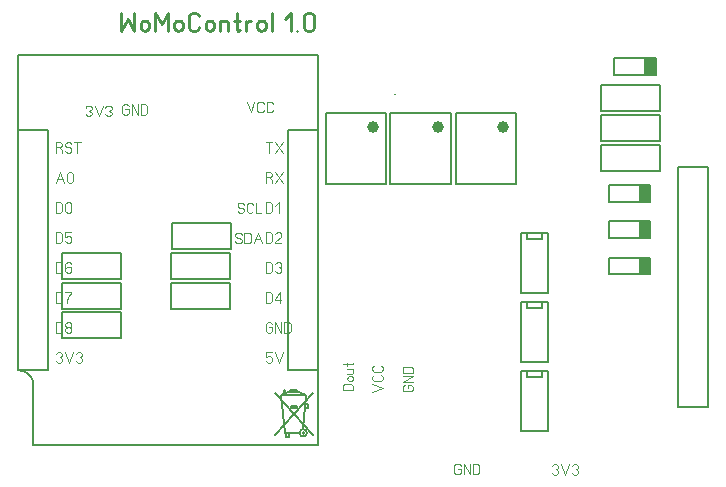
<source format=gbr>
%FSLAX34Y34*%
%MOMM*%
%LNSILK_TOP*%
G71*
G01*
%ADD10C,0.111*%
%ADD11C,0.200*%
%ADD12C,0.150*%
%ADD13C,0.160*%
%ADD14C,0.100*%
%ADD15C,0.270*%
%ADD16C,1.000*%
%ADD17C,0.144*%
%LPD*%
G54D10*
X212679Y248873D02*
X213345Y247762D01*
X214679Y247206D01*
X216012Y247206D01*
X217345Y247762D01*
X218012Y248873D01*
X218012Y249984D01*
X217345Y251095D01*
X216012Y251651D01*
X214679Y251651D01*
X213345Y252206D01*
X212679Y253318D01*
X212679Y254429D01*
X213345Y255540D01*
X214679Y256095D01*
X216012Y256095D01*
X217345Y255540D01*
X218012Y254429D01*
G54D10*
X225789Y248873D02*
X225122Y247762D01*
X223789Y247206D01*
X222456Y247206D01*
X221122Y247762D01*
X220456Y248873D01*
X220456Y254429D01*
X221122Y255540D01*
X222456Y256095D01*
X223789Y256095D01*
X225122Y255540D01*
X225789Y254429D01*
G54D10*
X228233Y256095D02*
X228233Y247206D01*
X232899Y247206D01*
G54D10*
X210733Y223313D02*
X211399Y222202D01*
X212733Y221647D01*
X214066Y221647D01*
X215399Y222202D01*
X216066Y223313D01*
X216066Y224424D01*
X215399Y225535D01*
X214066Y226091D01*
X212733Y226091D01*
X211399Y226647D01*
X210733Y227758D01*
X210733Y228869D01*
X211399Y229980D01*
X212733Y230535D01*
X214066Y230535D01*
X215399Y229980D01*
X216066Y228869D01*
G54D10*
X218510Y221647D02*
X218510Y230535D01*
X221843Y230535D01*
X223176Y229980D01*
X223843Y228869D01*
X223843Y223313D01*
X223176Y222202D01*
X221843Y221647D01*
X218510Y221647D01*
G54D10*
X226287Y221647D02*
X229620Y230535D01*
X232953Y221647D01*
G54D10*
X227620Y224980D02*
X231620Y224980D01*
G54D11*
G75*
G01X39850Y101450D02*
G03X27150Y114150I-12700J0D01*
G01*
G54D11*
X39850Y101450D02*
X39850Y50650D01*
X281150Y50650D01*
X281150Y380850D01*
X27150Y380850D01*
X27150Y114150D01*
G54D10*
X61567Y302744D02*
X63567Y301633D01*
X64233Y300522D01*
X64233Y298300D01*
G54D10*
X58900Y298300D02*
X58900Y307189D01*
X62233Y307189D01*
X63567Y306633D01*
X64233Y305522D01*
X64233Y304411D01*
X63567Y303300D01*
X62233Y302744D01*
X58900Y302744D01*
G54D10*
X66677Y299967D02*
X67344Y298856D01*
X68677Y298300D01*
X70010Y298300D01*
X71344Y298856D01*
X72010Y299967D01*
X72010Y301078D01*
X71344Y302189D01*
X70010Y302744D01*
X68677Y302744D01*
X67344Y303300D01*
X66677Y304411D01*
X66677Y305522D01*
X67344Y306633D01*
X68677Y307189D01*
X70010Y307189D01*
X71344Y306633D01*
X72010Y305522D01*
G54D10*
X77121Y298300D02*
X77121Y307189D01*
G54D10*
X74454Y307189D02*
X79787Y307189D01*
G54D10*
X58900Y272900D02*
X62233Y281789D01*
X65567Y272900D01*
G54D10*
X60233Y276233D02*
X64233Y276233D01*
G54D10*
X73344Y280122D02*
X73344Y274567D01*
X72678Y273456D01*
X71344Y272900D01*
X70011Y272900D01*
X68678Y273456D01*
X68011Y274567D01*
X68011Y280122D01*
X68678Y281233D01*
X70011Y281789D01*
X71344Y281789D01*
X72678Y281233D01*
X73344Y280122D01*
G54D10*
X58900Y247500D02*
X58900Y256389D01*
X62233Y256389D01*
X63567Y255833D01*
X64233Y254722D01*
X64233Y249167D01*
X63567Y248056D01*
X62233Y247500D01*
X58900Y247500D01*
G54D10*
X72010Y254722D02*
X72010Y249167D01*
X71344Y248056D01*
X70010Y247500D01*
X68677Y247500D01*
X67344Y248056D01*
X66677Y249167D01*
X66677Y254722D01*
X67344Y255833D01*
X68677Y256389D01*
X70010Y256389D01*
X71344Y255833D01*
X72010Y254722D01*
G54D10*
X58900Y222100D02*
X58900Y230989D01*
X62233Y230989D01*
X63567Y230433D01*
X64233Y229322D01*
X64233Y223767D01*
X63567Y222656D01*
X62233Y222100D01*
X58900Y222100D01*
G54D10*
X72010Y230989D02*
X66677Y230989D01*
X66677Y227100D01*
X67344Y227100D01*
X68677Y227656D01*
X70010Y227656D01*
X71344Y227100D01*
X72010Y225989D01*
X72010Y223767D01*
X71344Y222656D01*
X70010Y222100D01*
X68677Y222100D01*
X67344Y222656D01*
X66677Y223767D01*
G54D10*
X58900Y196700D02*
X58900Y205589D01*
X62233Y205589D01*
X63567Y205033D01*
X64233Y203922D01*
X64233Y198367D01*
X63567Y197256D01*
X62233Y196700D01*
X58900Y196700D01*
G54D10*
X72010Y203922D02*
X71344Y205033D01*
X70010Y205589D01*
X68677Y205589D01*
X67344Y205033D01*
X66677Y203922D01*
X66677Y201144D01*
X66677Y200589D01*
X68677Y201700D01*
X70010Y201700D01*
X71344Y201144D01*
X72010Y200033D01*
X72010Y198367D01*
X71344Y197256D01*
X70010Y196700D01*
X68677Y196700D01*
X67344Y197256D01*
X66677Y198367D01*
X66677Y201144D01*
G54D10*
X58900Y171300D02*
X58900Y180189D01*
X62233Y180189D01*
X63567Y179633D01*
X64233Y178522D01*
X64233Y172967D01*
X63567Y171856D01*
X62233Y171300D01*
X58900Y171300D01*
G54D10*
X66677Y180189D02*
X72010Y180189D01*
X71344Y179078D01*
X70010Y177411D01*
X68677Y175189D01*
X68010Y173522D01*
X68010Y171300D01*
G54D10*
X58900Y145900D02*
X58900Y154789D01*
X62233Y154789D01*
X63567Y154233D01*
X64233Y153122D01*
X64233Y147567D01*
X63567Y146456D01*
X62233Y145900D01*
X58900Y145900D01*
G54D10*
X70010Y150344D02*
X68677Y150344D01*
X67344Y150900D01*
X66677Y152011D01*
X66677Y153122D01*
X67344Y154233D01*
X68677Y154789D01*
X70010Y154789D01*
X71344Y154233D01*
X72010Y153122D01*
X72010Y152011D01*
X71344Y150900D01*
X70010Y150344D01*
X71344Y149789D01*
X72010Y148678D01*
X72010Y147567D01*
X71344Y146456D01*
X70010Y145900D01*
X68677Y145900D01*
X67344Y146456D01*
X66677Y147567D01*
X66677Y148678D01*
X67344Y149789D01*
X68677Y150344D01*
G54D10*
X58900Y127722D02*
X59567Y128833D01*
X60900Y129389D01*
X62233Y129389D01*
X63567Y128833D01*
X64233Y127722D01*
X64233Y126611D01*
X63567Y125500D01*
X62233Y124944D01*
X63567Y124389D01*
X64233Y123278D01*
X64233Y122167D01*
X63567Y121056D01*
X62233Y120500D01*
X60900Y120500D01*
X59567Y121056D01*
X58900Y122167D01*
G54D10*
X66677Y129389D02*
X70010Y120500D01*
X73344Y129389D01*
G54D10*
X75788Y127722D02*
X76455Y128833D01*
X77788Y129389D01*
X79121Y129389D01*
X80455Y128833D01*
X81121Y127722D01*
X81121Y126611D01*
X80455Y125500D01*
X79121Y124944D01*
X80455Y124389D01*
X81121Y123278D01*
X81121Y122167D01*
X80455Y121056D01*
X79121Y120500D01*
X77788Y120500D01*
X76455Y121056D01*
X75788Y122167D01*
G54D10*
X239367Y298300D02*
X239367Y307189D01*
G54D10*
X236700Y307189D02*
X242033Y307189D01*
G54D10*
X244477Y307189D02*
X251144Y298300D01*
G54D10*
X244477Y298300D02*
X251144Y307189D01*
G54D10*
X239367Y277344D02*
X241367Y276233D01*
X242033Y275122D01*
X242033Y272900D01*
G54D10*
X236700Y272900D02*
X236700Y281789D01*
X240033Y281789D01*
X241367Y281233D01*
X242033Y280122D01*
X242033Y279011D01*
X241367Y277900D01*
X240033Y277344D01*
X236700Y277344D01*
G54D10*
X244477Y281789D02*
X251144Y272900D01*
G54D10*
X244477Y272900D02*
X251144Y281789D01*
G54D10*
X236700Y247500D02*
X236700Y256389D01*
X240033Y256389D01*
X241367Y255833D01*
X242033Y254722D01*
X242033Y249167D01*
X241367Y248056D01*
X240033Y247500D01*
X236700Y247500D01*
G54D10*
X244477Y253056D02*
X247810Y256389D01*
X247810Y247500D01*
G54D10*
X236700Y222100D02*
X236700Y230989D01*
X240033Y230989D01*
X241367Y230433D01*
X242033Y229322D01*
X242033Y223767D01*
X241367Y222656D01*
X240033Y222100D01*
X236700Y222100D01*
G54D10*
X249810Y222100D02*
X244477Y222100D01*
X244477Y222656D01*
X245144Y223767D01*
X249144Y227100D01*
X249810Y228211D01*
X249810Y229322D01*
X249144Y230433D01*
X247810Y230989D01*
X246477Y230989D01*
X245144Y230433D01*
X244477Y229322D01*
G54D10*
X236700Y196700D02*
X236700Y205589D01*
X240033Y205589D01*
X241367Y205033D01*
X242033Y203922D01*
X242033Y198367D01*
X241367Y197256D01*
X240033Y196700D01*
X236700Y196700D01*
G54D10*
X244477Y203922D02*
X245144Y205033D01*
X246477Y205589D01*
X247810Y205589D01*
X249144Y205033D01*
X249810Y203922D01*
X249810Y202811D01*
X249144Y201700D01*
X247810Y201144D01*
X249144Y200589D01*
X249810Y199478D01*
X249810Y198367D01*
X249144Y197256D01*
X247810Y196700D01*
X246477Y196700D01*
X245144Y197256D01*
X244477Y198367D01*
G54D10*
X236700Y171300D02*
X236700Y180189D01*
X240033Y180189D01*
X241367Y179633D01*
X242033Y178522D01*
X242033Y172967D01*
X241367Y171856D01*
X240033Y171300D01*
X236700Y171300D01*
G54D10*
X248477Y171300D02*
X248477Y180189D01*
X244477Y174633D01*
X244477Y173522D01*
X249810Y173522D01*
G54D10*
X239367Y150344D02*
X242033Y150344D01*
X242033Y147567D01*
X241367Y146456D01*
X240033Y145900D01*
X238700Y145900D01*
X237367Y146456D01*
X236700Y147567D01*
X236700Y153122D01*
X237367Y154233D01*
X238700Y154789D01*
X240033Y154789D01*
X241367Y154233D01*
X242033Y153122D01*
G54D10*
X244477Y145900D02*
X244477Y154789D01*
X249810Y145900D01*
X249810Y154789D01*
G54D10*
X252254Y145900D02*
X252254Y154789D01*
X255587Y154789D01*
X256921Y154233D01*
X257587Y153122D01*
X257587Y147567D01*
X256921Y146456D01*
X255587Y145900D01*
X252254Y145900D01*
G54D10*
X242033Y129389D02*
X236700Y129389D01*
X236700Y125500D01*
X237367Y125500D01*
X238700Y126056D01*
X240033Y126056D01*
X241367Y125500D01*
X242033Y124389D01*
X242033Y122167D01*
X241367Y121056D01*
X240033Y120500D01*
X238700Y120500D01*
X237367Y121056D01*
X236700Y122167D01*
G54D10*
X244477Y129389D02*
X247810Y120500D01*
X251144Y129389D01*
G54D12*
G75*
G01X269038Y61119D02*
G03X269038Y61119I-750J0D01*
G01*
G54D12*
G75*
G01X271438Y61119D02*
G03X271438Y61119I-3150J0D01*
G01*
G54D12*
X265112Y61119D02*
X252412Y61119D01*
X249238Y92869D01*
X270669Y92869D01*
X268288Y64294D01*
G54D12*
X254000Y61119D02*
X254000Y57944D01*
X256381Y57944D01*
X256381Y61119D01*
G54D12*
X270669Y85725D02*
X272256Y85725D01*
X272256Y82550D01*
X269875Y82550D01*
G54D13*
G75*
G01X270504Y92964D02*
G03X249372Y92964I-10566J-16270D01*
G01*
G54D12*
X257175Y96044D02*
X257175Y97631D01*
X262731Y97631D01*
X262731Y96044D01*
G54D12*
X251619Y94456D02*
X251619Y97631D01*
X253206Y97631D01*
X253206Y95250D01*
G54D12*
X257969Y82550D02*
X257969Y84137D01*
X262731Y84137D01*
X262731Y82550D01*
X257969Y82550D01*
G54D12*
X244475Y94456D02*
X276225Y59531D01*
G54D12*
X244475Y59531D02*
X276225Y94456D01*
G54D10*
X220266Y341470D02*
X223599Y332581D01*
X226932Y341470D01*
G54D10*
X234710Y334248D02*
X234043Y333137D01*
X232710Y332581D01*
X231377Y332581D01*
X230043Y333137D01*
X229377Y334248D01*
X229377Y339803D01*
X230043Y340915D01*
X231377Y341470D01*
X232710Y341470D01*
X234043Y340915D01*
X234710Y339803D01*
G54D10*
X242487Y334248D02*
X241820Y333137D01*
X240487Y332581D01*
X239154Y332581D01*
X237820Y333137D01*
X237154Y334248D01*
X237154Y339803D01*
X237820Y340915D01*
X239154Y341470D01*
X240487Y341470D01*
X241820Y340915D01*
X242487Y339803D01*
G54D10*
X117760Y335041D02*
X120427Y335041D01*
X120427Y332264D01*
X119760Y331152D01*
X118427Y330597D01*
X117094Y330597D01*
X115760Y331152D01*
X115094Y332264D01*
X115094Y337819D01*
X115760Y338930D01*
X117094Y339486D01*
X118427Y339486D01*
X119760Y338930D01*
X120427Y337819D01*
G54D10*
X122871Y330597D02*
X122871Y339486D01*
X128204Y330597D01*
X128204Y339486D01*
G54D10*
X130648Y330597D02*
X130648Y339486D01*
X133981Y339486D01*
X135314Y338930D01*
X135981Y337819D01*
X135981Y332264D01*
X135314Y331152D01*
X133981Y330597D01*
X130648Y330597D01*
G54D12*
X114172Y163250D02*
X114172Y141250D01*
X64172Y141250D01*
X64172Y163250D01*
X114172Y163250D01*
G54D12*
X114172Y188253D02*
X114172Y166253D01*
X64172Y166253D01*
X64172Y188253D01*
X114172Y188253D01*
G54D12*
X566635Y364231D02*
X566635Y378231D01*
X531635Y378231D01*
X531635Y364231D01*
X566635Y364231D01*
G36*
X566635Y364231D02*
X566635Y378231D01*
X556635Y378231D01*
X556635Y364231D01*
X566635Y364231D01*
G37*
G54D14*
X566635Y364231D02*
X566635Y378231D01*
X556635Y378231D01*
X556635Y364231D01*
X566635Y364231D01*
G54D12*
X562257Y256921D02*
X562257Y270921D01*
X527257Y270921D01*
X527257Y256921D01*
X562257Y256921D01*
G36*
X562257Y256921D02*
X562257Y270921D01*
X552257Y270921D01*
X552257Y256921D01*
X562257Y256921D01*
G37*
G54D14*
X562257Y256921D02*
X562257Y270921D01*
X552257Y270921D01*
X552257Y256921D01*
X562257Y256921D01*
G54D15*
X113903Y416749D02*
X113903Y401637D01*
X119570Y411082D01*
X125236Y401637D01*
X125236Y416749D01*
G54D15*
X137325Y403904D02*
X137325Y407682D01*
X136192Y409571D01*
X133925Y410137D01*
X131658Y409571D01*
X130525Y407682D01*
X130525Y403904D01*
X131658Y402015D01*
X133925Y401637D01*
X136192Y402015D01*
X137325Y403904D01*
G54D15*
X142614Y401637D02*
X142614Y416749D01*
X148281Y407304D01*
X153947Y416749D01*
X153947Y401637D01*
G54D15*
X166036Y403904D02*
X166036Y407682D01*
X164903Y409571D01*
X162636Y410137D01*
X160369Y409571D01*
X159236Y407682D01*
X159236Y403904D01*
X160369Y402015D01*
X162636Y401637D01*
X164903Y402015D01*
X166036Y403904D01*
G54D15*
X180392Y404471D02*
X179258Y402582D01*
X176992Y401637D01*
X174725Y401637D01*
X172458Y402582D01*
X171325Y404471D01*
X171325Y413915D01*
X172458Y415804D01*
X174725Y416749D01*
X176992Y416749D01*
X179258Y415804D01*
X180392Y413915D01*
G54D15*
X192481Y403904D02*
X192481Y407682D01*
X191348Y409571D01*
X189081Y410137D01*
X186814Y409571D01*
X185681Y407682D01*
X185681Y403904D01*
X186814Y402015D01*
X189081Y401637D01*
X191348Y402015D01*
X192481Y403904D01*
G54D15*
X197770Y401637D02*
X197770Y410137D01*
G54D15*
X197770Y408249D02*
X198903Y409571D01*
X201170Y410137D01*
X203437Y409571D01*
X204570Y408249D01*
X204570Y401637D01*
G54D15*
X212126Y416749D02*
X212126Y402582D01*
X213259Y401637D01*
X214392Y402015D01*
G54D15*
X209859Y410137D02*
X214392Y410137D01*
G54D15*
X219681Y401637D02*
X219681Y410137D01*
G54D15*
X219681Y408249D02*
X221948Y410137D01*
X224214Y410137D01*
G54D15*
X236303Y403904D02*
X236303Y407682D01*
X235170Y409571D01*
X232903Y410137D01*
X230636Y409571D01*
X229503Y407682D01*
X229503Y403904D01*
X230636Y402015D01*
X232903Y401637D01*
X235170Y402015D01*
X236303Y403904D01*
G54D15*
X241592Y401637D02*
X241592Y416749D01*
G54D15*
X252397Y411082D02*
X258064Y416749D01*
X258064Y401637D01*
G54D15*
X263353Y401637D02*
X263353Y401637D01*
G54D15*
X277709Y413915D02*
X277709Y404471D01*
X276575Y402582D01*
X274309Y401637D01*
X272042Y401637D01*
X269775Y402582D01*
X268642Y404471D01*
X268642Y413915D01*
X269775Y415804D01*
X272042Y416749D01*
X274309Y416749D01*
X276575Y415804D01*
X277709Y413915D01*
G54D12*
X27150Y317350D02*
X52550Y317350D01*
X52550Y114150D01*
X27150Y114150D01*
X27150Y317350D01*
G54D12*
X255750Y317350D02*
X281150Y317350D01*
X281150Y114150D01*
X255750Y114150D01*
X255750Y317350D01*
G54D12*
X585391Y286543D02*
X610791Y286543D01*
X610791Y83343D01*
X585391Y83343D01*
X585391Y286543D01*
G54D12*
X342110Y331505D02*
X342110Y271505D01*
X393210Y271505D01*
X393210Y331505D01*
X342110Y331505D01*
X382051Y320120D02*
G54D16*
D03*
G54D12*
X287481Y331662D02*
X287481Y271662D01*
X338581Y271662D01*
X338581Y331662D01*
X287481Y331662D01*
X327422Y320278D02*
G54D16*
D03*
G54D17*
X345832Y347750D02*
X345832Y347750D01*
G54D12*
X206062Y187867D02*
X206062Y165867D01*
X156062Y165867D01*
X156062Y187867D01*
X206062Y187867D01*
G54D12*
X206458Y213267D02*
X206458Y191267D01*
X156458Y191267D01*
X156458Y213267D01*
X206458Y213267D01*
G54D12*
X570491Y329987D02*
X570491Y307987D01*
X520491Y307987D01*
X520491Y329987D01*
X570491Y329987D01*
G54D12*
X570491Y304587D02*
X570491Y282587D01*
X520491Y282587D01*
X520491Y304587D01*
X570491Y304587D01*
G54D12*
X206855Y238667D02*
X206855Y216667D01*
X156855Y216667D01*
X156855Y238667D01*
X206855Y238667D01*
G54D10*
X83903Y336478D02*
X84570Y337590D01*
X85903Y338145D01*
X87236Y338145D01*
X88570Y337590D01*
X89236Y336478D01*
X89236Y335367D01*
X88570Y334256D01*
X87236Y333701D01*
X88570Y333145D01*
X89236Y332034D01*
X89236Y330923D01*
X88570Y329812D01*
X87236Y329256D01*
X85903Y329256D01*
X84570Y329812D01*
X83903Y330923D01*
G54D10*
X91680Y338145D02*
X95013Y329256D01*
X98347Y338145D01*
G54D10*
X100791Y336478D02*
X101458Y337590D01*
X102791Y338145D01*
X104124Y338145D01*
X105458Y337590D01*
X106124Y336478D01*
X106124Y335367D01*
X105458Y334256D01*
X104124Y333701D01*
X105458Y333145D01*
X106124Y332034D01*
X106124Y330923D01*
X105458Y329812D01*
X104124Y329256D01*
X102791Y329256D01*
X101458Y329812D01*
X100791Y330923D01*
G54D10*
X398910Y30488D02*
X401577Y30488D01*
X401577Y27710D01*
X400910Y26599D01*
X399577Y26044D01*
X398244Y26044D01*
X396910Y26599D01*
X396244Y27710D01*
X396244Y33266D01*
X396910Y34377D01*
X398244Y34933D01*
X399577Y34933D01*
X400910Y34377D01*
X401577Y33266D01*
G54D10*
X404021Y26044D02*
X404021Y34933D01*
X409354Y26044D01*
X409354Y34933D01*
G54D10*
X411798Y26044D02*
X411798Y34933D01*
X415131Y34933D01*
X416464Y34377D01*
X417131Y33266D01*
X417131Y27710D01*
X416464Y26599D01*
X415131Y26044D01*
X411798Y26044D01*
G54D12*
X570491Y355387D02*
X570491Y333387D01*
X520491Y333387D01*
X520491Y355387D01*
X570491Y355387D01*
G54D12*
X397276Y331505D02*
X397276Y271505D01*
X448376Y271505D01*
X448376Y331505D01*
X397276Y331505D01*
X437216Y320120D02*
G54D16*
D03*
G54D12*
X475301Y230282D02*
X452301Y230282D01*
X452301Y179182D01*
X475301Y179182D01*
X475301Y230282D01*
G54D12*
X470301Y230282D02*
X457301Y230282D01*
X457301Y225282D01*
X470301Y225282D01*
X470301Y230282D01*
G54D12*
X475301Y171941D02*
X452301Y171942D01*
X452301Y120841D01*
X475301Y120842D01*
X475301Y171941D01*
G54D12*
X470301Y171941D02*
X457301Y171941D01*
X457301Y166941D01*
X470301Y166941D01*
X470301Y171941D01*
G54D12*
X475301Y113601D02*
X452301Y113601D01*
X452301Y62501D01*
X475301Y62501D01*
X475301Y113601D01*
G54D12*
X470301Y113601D02*
X457301Y113601D01*
X457301Y108601D01*
X470301Y108601D01*
X470301Y113601D01*
G54D12*
X114172Y213256D02*
X114172Y191256D01*
X64172Y191256D01*
X64172Y213256D01*
X114172Y213256D01*
G54D12*
X562257Y226362D02*
X562257Y240362D01*
X527257Y240362D01*
X527257Y226362D01*
X562257Y226362D01*
G36*
X562257Y226362D02*
X562257Y240362D01*
X552257Y240362D01*
X552257Y226362D01*
X562257Y226362D01*
G37*
G54D14*
X562257Y226362D02*
X562257Y240362D01*
X552257Y240362D01*
X552257Y226362D01*
X562257Y226362D01*
G54D12*
X562257Y195406D02*
X562257Y209406D01*
X527257Y209406D01*
X527257Y195406D01*
X562257Y195406D01*
G36*
X562257Y195406D02*
X562257Y209406D01*
X552257Y209406D01*
X552257Y195406D01*
X562257Y195406D01*
G37*
G54D14*
X562257Y195406D02*
X562257Y209406D01*
X552257Y209406D01*
X552257Y195406D01*
X562257Y195406D01*
G54D10*
X478794Y32869D02*
X479460Y33980D01*
X480794Y34536D01*
X482127Y34536D01*
X483460Y33980D01*
X484127Y32869D01*
X484127Y31758D01*
X483460Y30647D01*
X482127Y30091D01*
X483460Y29536D01*
X484127Y28425D01*
X484127Y27314D01*
X483460Y26202D01*
X482127Y25647D01*
X480794Y25647D01*
X479460Y26202D01*
X478794Y27314D01*
G54D10*
X486571Y34536D02*
X489904Y25647D01*
X493237Y34536D01*
G54D10*
X495682Y32869D02*
X496348Y33980D01*
X497682Y34536D01*
X499015Y34536D01*
X500348Y33980D01*
X501015Y32869D01*
X501015Y31758D01*
X500348Y30647D01*
X499015Y30091D01*
X500348Y29536D01*
X501015Y28425D01*
X501015Y27314D01*
X500348Y26202D01*
X499015Y25647D01*
X497682Y25647D01*
X496348Y26202D01*
X495682Y27314D01*
G54D10*
X356791Y98933D02*
X356791Y101600D01*
X359568Y101600D01*
X360680Y100933D01*
X361235Y99600D01*
X361235Y98267D01*
X360680Y96933D01*
X359568Y96267D01*
X354013Y96267D01*
X352902Y96933D01*
X352346Y98267D01*
X352346Y99600D01*
X352902Y100933D01*
X354013Y101600D01*
G54D10*
X361235Y104044D02*
X352346Y104044D01*
X361235Y109377D01*
X352346Y109377D01*
G54D10*
X361235Y111821D02*
X352346Y111821D01*
X352346Y115154D01*
X352902Y116487D01*
X354013Y117154D01*
X359568Y117154D01*
X360680Y116487D01*
X361235Y115154D01*
X361235Y111821D01*
G54D10*
X326549Y95870D02*
X335438Y99203D01*
X326549Y102536D01*
G54D10*
X333772Y110314D02*
X334883Y109647D01*
X335438Y108314D01*
X335438Y106981D01*
X334883Y105647D01*
X333772Y104981D01*
X328216Y104981D01*
X327105Y105647D01*
X326549Y106981D01*
X326549Y108314D01*
X327105Y109647D01*
X328216Y110314D01*
G54D10*
X333772Y118091D02*
X334883Y117424D01*
X335438Y116091D01*
X335438Y114758D01*
X334883Y113424D01*
X333772Y112758D01*
X328216Y112758D01*
X327105Y113424D01*
X326549Y114758D01*
X326549Y116091D01*
X327105Y117424D01*
X328216Y118091D01*
G54D10*
X310435Y97060D02*
X301546Y97060D01*
X301546Y100394D01*
X302102Y101727D01*
X303213Y102394D01*
X308768Y102394D01*
X309880Y101727D01*
X310435Y100394D01*
X310435Y97060D01*
G54D10*
X309102Y108837D02*
X306880Y108837D01*
X305768Y108171D01*
X305435Y106837D01*
X305768Y105504D01*
X306880Y104837D01*
X309102Y104837D01*
X310213Y105504D01*
X310435Y106837D01*
X310213Y108171D01*
X309102Y108837D01*
G54D10*
X305435Y115281D02*
X310435Y115281D01*
G54D10*
X309324Y115281D02*
X310213Y114615D01*
X310435Y113281D01*
X310213Y111948D01*
X309324Y111281D01*
X305435Y111281D01*
G54D10*
X301546Y119059D02*
X309880Y119059D01*
X310435Y119725D01*
X310213Y120392D01*
G54D10*
X305435Y117725D02*
X305435Y120392D01*
M02*

</source>
